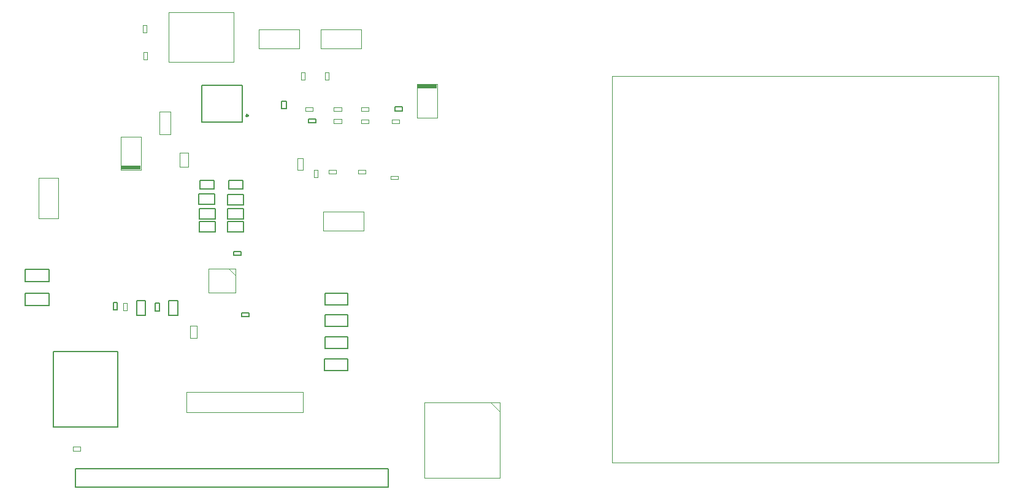
<source format=gbr>
%TF.GenerationSoftware,Altium Limited,Altium Designer,19.0.15 (446)*%
G04 Layer_Color=16711935*
%FSLAX45Y45*%
%MOMM*%
%TF.FileFunction,Other,Top_3D_Body*%
%TF.Part,Single*%
G01*
G75*
%TA.AperFunction,NonConductor*%
%ADD90C,0.20000*%
%ADD91C,0.30000*%
%ADD92C,0.10000*%
%ADD94C,0.12700*%
%ADD122C,0.05000*%
%ADD125R,2.79000X0.61870*%
%ADD126R,2.78999X0.61869*%
D90*
X3714794Y4458100D02*
Y4603100D01*
X3494794D02*
X3714794D01*
X3494794Y4458100D02*
Y4603100D01*
Y4458100D02*
X3714794D01*
Y4258100D02*
Y4403100D01*
X3494794D02*
X3714794D01*
X3494794Y4258100D02*
Y4403100D01*
Y4258100D02*
X3714794D01*
Y4083100D02*
Y4228100D01*
X3494794D02*
X3714794D01*
X3494794Y4083100D02*
Y4228100D01*
Y4083100D02*
X3714794D01*
X3096845Y4464700D02*
Y4609700D01*
Y4464700D02*
X3316846D01*
Y4609700D01*
X3096845D02*
X3316846D01*
X3105846Y4258100D02*
Y4403100D01*
Y4258100D02*
X3325846D01*
Y4403100D01*
X3105846D02*
X3325846D01*
X3105846Y4083100D02*
Y4228100D01*
Y4083100D02*
X3325846D01*
Y4228100D01*
X3105846D02*
X3325846D01*
X1397000Y812801D02*
X5715000D01*
Y558801D02*
Y812801D01*
X1397000Y558801D02*
X5715000D01*
X1397000D02*
Y812801D01*
X4242619Y5786399D02*
Y5886399D01*
X4302619D01*
Y5786399D02*
Y5886399D01*
X4242619Y5786399D02*
X4302619D01*
X5802672Y5748501D02*
Y5808501D01*
Y5748501D02*
X5902672D01*
Y5808501D01*
X5802672D02*
X5902672D01*
X2805700Y2935300D02*
Y3135300D01*
X2680700Y2935300D02*
X2805700D01*
X2680700D02*
Y3135300D01*
X2805700D01*
X2361200Y2935300D02*
Y3135300D01*
X2236200Y2935300D02*
X2361200D01*
X2236200D02*
Y3135300D01*
X2361200D01*
X3706800Y4674600D02*
Y4799600D01*
X3506800D02*
X3706800D01*
X3506800Y4674600D02*
Y4799600D01*
Y4674600D02*
X3706800D01*
X3111065D02*
Y4799600D01*
Y4674600D02*
X3311065D01*
Y4799600D01*
X3111065D02*
X3311065D01*
X698601Y3064598D02*
X1028597D01*
X698601D02*
Y3234600D01*
X1028597D01*
Y3064598D02*
Y3234600D01*
X698602Y3394801D02*
X1028599D01*
X698602D02*
Y3564798D01*
X1028599D01*
Y3394801D02*
Y3564798D01*
X4614093Y5595152D02*
X4714093D01*
X4614093D02*
Y5645155D01*
X4714093D01*
Y5595152D02*
Y5645155D01*
X3582202Y3759602D02*
X3682202D01*
X3582202D02*
Y3809599D01*
X3682202D01*
Y3759602D02*
Y3809599D01*
X3688882Y2966322D02*
X3788881D01*
Y2916320D02*
Y2966322D01*
X3688882Y2916320D02*
X3788881D01*
X3688882D02*
Y2966322D01*
X4835581Y3238280D02*
X5155580D01*
Y3078280D02*
Y3238280D01*
X4835581Y3078280D02*
X5155580D01*
X4835581D02*
Y3238280D01*
Y2938281D02*
X5155580D01*
Y2778281D02*
Y2938281D01*
X4835581Y2778281D02*
X5155580D01*
X4835581D02*
Y2938281D01*
Y2638281D02*
X5155580D01*
Y2478282D02*
Y2638281D01*
X4835581Y2478282D02*
X5155580D01*
X4835581D02*
Y2638281D01*
X4834382Y2334980D02*
X5154382D01*
Y2174980D02*
Y2334980D01*
X4834382Y2174980D02*
X5154382D01*
X4834382D02*
Y2334980D01*
X1918098Y3106891D02*
X1968100D01*
X1918098Y3006891D02*
Y3106891D01*
Y3006891D02*
X1968100D01*
Y3106891D01*
X2497997Y3100500D02*
X2552998D01*
X2497997Y2995502D02*
Y3100500D01*
Y2995502D02*
X2552998D01*
Y3100500D01*
X1092957Y2435960D02*
X1973961D01*
Y1394560D02*
Y2435960D01*
X1092957Y1394560D02*
X1973961D01*
X1092957D02*
Y2435960D01*
D91*
X3774300Y5689800D02*
G03*
X3774300Y5689800I-10000J0D01*
G01*
D92*
X4887800Y4887400D02*
Y4942400D01*
X4992800Y4887400D02*
Y4942400D01*
X4887800D02*
X4992800D01*
X4887800Y4887400D02*
X4992800D01*
X1461957Y1064699D02*
Y1119699D01*
X1356957Y1064699D02*
Y1119699D01*
Y1064699D02*
X1461957D01*
X1356957Y1119699D02*
X1461957D01*
X2019500Y4938900D02*
Y5398900D01*
X2298500Y4938900D02*
Y5398900D01*
X2019500Y4938900D02*
X2298500D01*
X2019500Y5398900D02*
X2298500D01*
X3508703Y3574100D02*
X3601003Y3481800D01*
X3233703Y3574100D02*
X3601003D01*
X3233703Y3247700D02*
Y3574100D01*
Y3247700D02*
X3601003D01*
Y3574100D01*
X5336703Y5751002D02*
X5441701D01*
X5336703Y5806003D02*
X5441701D01*
Y5751002D02*
Y5806003D01*
X5336703Y5751002D02*
Y5806003D01*
X4959862Y5751002D02*
X5064860D01*
X4959862Y5806003D02*
X5064860D01*
Y5751002D02*
Y5806003D01*
X4959862Y5751002D02*
Y5806003D01*
X7249000Y690990D02*
Y1726990D01*
X6213000Y690990D02*
X7249000D01*
X6213000D02*
Y1726990D01*
X7249000D01*
X7122000D02*
X7249000Y1599990D01*
X2337199Y6465099D02*
Y6565099D01*
X2387201D01*
Y6465099D02*
Y6565099D01*
X2337199Y6465099D02*
X2387201D01*
X2955598Y4980000D02*
Y5179999D01*
X2835598Y4980000D02*
X2955598D01*
X2835598D02*
Y5179999D01*
X2955598D01*
X2680400Y7116120D02*
X3574400D01*
X2680400Y6426120D02*
Y7116120D01*
Y6426120D02*
X3574400D01*
Y7116120D01*
X8803098Y903700D02*
X14133099D01*
Y6233702D01*
X8803098D02*
X14133099D01*
X8803098Y903700D02*
Y6233702D01*
X1153079Y4270241D02*
Y4828239D01*
X889082D02*
X1153079D01*
X889082Y4270241D02*
Y4828239D01*
Y4270241D02*
X1153079D01*
X4813701Y4361099D02*
X5371699D01*
X4813701Y4097101D02*
Y4361099D01*
Y4097101D02*
X5371699D01*
Y4361099D01*
X4783216Y6878120D02*
X5341219D01*
X4783216Y6614118D02*
Y6878120D01*
Y6614118D02*
X5341219D01*
Y6878120D01*
X5296698Y4889903D02*
X5396698D01*
X5296698D02*
Y4939900D01*
X5396698D01*
Y4889903D02*
Y4939900D01*
X4739202Y4837001D02*
Y4942000D01*
X4684201Y4837001D02*
Y4942000D01*
X4739202D01*
X4684201Y4837001D02*
X4739202D01*
X4561401Y6183199D02*
Y6288198D01*
X4506400Y6183199D02*
Y6288198D01*
X4561401D01*
X4506400Y6183199D02*
X4561401D01*
X4891599Y6183199D02*
Y6288203D01*
X4836598Y6183199D02*
Y6288203D01*
X4891599D01*
X4836598Y6183199D02*
X4891599D01*
X4959862Y5583320D02*
X5064860D01*
X4959862Y5638321D02*
X5064860D01*
Y5583320D02*
Y5638321D01*
X4959862Y5583320D02*
Y5638321D01*
X4455800Y4936500D02*
Y5096500D01*
X4535799Y4936500D02*
Y5096500D01*
X4455800Y4936500D02*
X4535799D01*
X4455800Y5096500D02*
X4535799D01*
X5845796Y4808897D02*
Y4858900D01*
X5745796D02*
X5845796D01*
X5745796Y4808897D02*
Y4858900D01*
Y4808897D02*
X5845796D01*
X3925403Y6878120D02*
X4483400D01*
X3925403Y6614118D02*
Y6878120D01*
Y6614118D02*
X4483400D01*
Y6878120D01*
X6387898Y5662799D02*
Y6122798D01*
X6108900Y5662799D02*
Y6122798D01*
X6387898D01*
X6108900Y5662799D02*
X6387898D01*
X2551400Y5739699D02*
X2706400D01*
X2551400Y5429702D02*
Y5739699D01*
Y5429702D02*
X2706400D01*
Y5739699D01*
X4533402Y1599122D02*
Y1873121D01*
X2924399Y1599122D02*
X4533402D01*
X2924399D02*
Y1873121D01*
X4533402D01*
X2977601Y2621295D02*
X3067604D01*
X2977601Y2791297D02*
X3067604D01*
X2977601Y2621295D02*
Y2791297D01*
X3067604Y2621295D02*
Y2791297D01*
D94*
X3137300Y5600700D02*
X3695300D01*
Y6108700D01*
X3137300D02*
X3695300D01*
X3137300Y5600700D02*
Y6108700D01*
D122*
X2057789Y2998006D02*
X2107791D01*
X2057789Y3098006D02*
X2107791D01*
X2057789Y2998006D02*
Y3098006D01*
X2107791Y2998006D02*
Y3098006D01*
X4667499Y5753501D02*
Y5803504D01*
X4567499Y5753501D02*
Y5803504D01*
Y5753501D02*
X4667499D01*
X4567499Y5803504D02*
X4667499D01*
X2324501Y6934200D02*
X2374499D01*
X2324501Y6834200D02*
X2374499D01*
Y6934200D01*
X2324501Y6834200D02*
Y6934200D01*
X5762360Y5635822D02*
X5862359D01*
X5762360Y5585819D02*
X5862359D01*
X5762360D02*
Y5635822D01*
X5862359Y5585819D02*
Y5635822D01*
X5337362D02*
X5437361D01*
X5337362Y5585819D02*
X5437361D01*
X5337362D02*
Y5635822D01*
X5437361Y5585819D02*
Y5635822D01*
D125*
X2159000Y4969837D02*
D03*
D126*
X6248434Y6091863D02*
D03*
%TF.MD5,556d426f059f41aaacfe05f62dcac563*%
M02*

</source>
